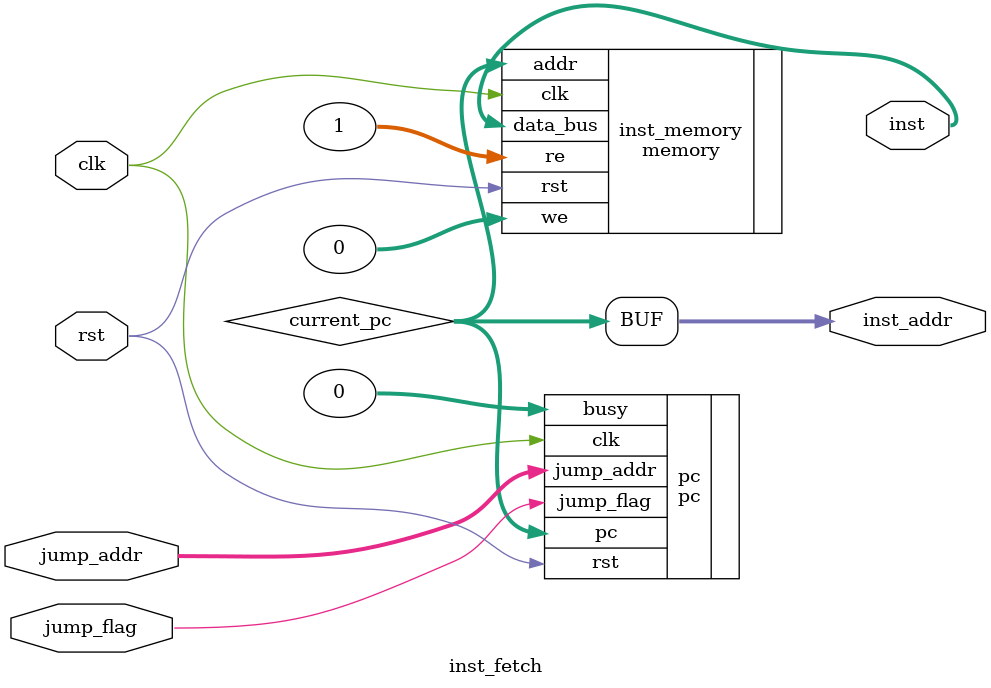
<source format=v>

module inst_fetch(
    input clk,
    input rst,
    input jump_flag,
    input [3:0] jump_addr,
    output [7:0] inst,
    output [3:0] inst_addr
);

    wire [3:0] current_pc;

    pc pc(
        .clk(clk),
        .rst(rst),
        .busy(0),
        .jump_flag(jump_flag),
        .jump_addr(jump_addr),
        .pc(current_pc)
    );

    memory inst_memory(
        .clk(clk),
        .rst(rst),
        .addr(current_pc),
        .re(1),
        .we(0),
        .data_bus(inst)
    );

    assign inst_addr = current_pc;

endmodule
</source>
